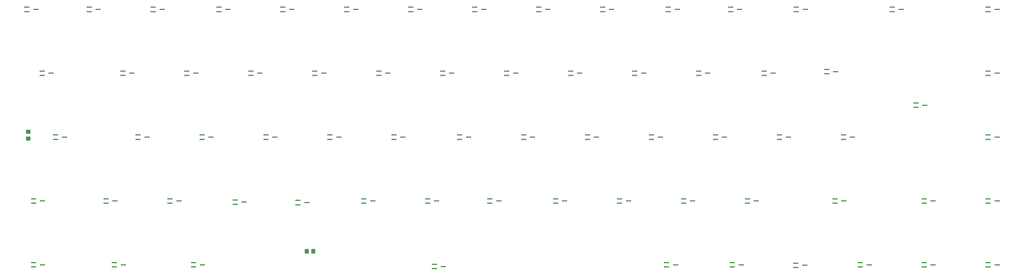
<source format=gbr>
%TF.GenerationSoftware,KiCad,Pcbnew,(6.0.4)*%
%TF.CreationDate,2022-03-24T02:10:14+00:00*%
%TF.ProjectId,kbd,6b62642e-6b69-4636-9164-5f7063625858,rev?*%
%TF.SameCoordinates,Original*%
%TF.FileFunction,Paste,Bot*%
%TF.FilePolarity,Positive*%
%FSLAX46Y46*%
G04 Gerber Fmt 4.6, Leading zero omitted, Abs format (unit mm)*
G04 Created by KiCad (PCBNEW (6.0.4)) date 2022-03-24 02:10:14*
%MOMM*%
%LPD*%
G01*
G04 APERTURE LIST*
G04 Aperture macros list*
%AMRoundRect*
0 Rectangle with rounded corners*
0 $1 Rounding radius*
0 $2 $3 $4 $5 $6 $7 $8 $9 X,Y pos of 4 corners*
0 Add a 4 corners polygon primitive as box body*
4,1,4,$2,$3,$4,$5,$6,$7,$8,$9,$2,$3,0*
0 Add four circle primitives for the rounded corners*
1,1,$1+$1,$2,$3*
1,1,$1+$1,$4,$5*
1,1,$1+$1,$6,$7*
1,1,$1+$1,$8,$9*
0 Add four rect primitives between the rounded corners*
20,1,$1+$1,$2,$3,$4,$5,0*
20,1,$1+$1,$4,$5,$6,$7,0*
20,1,$1+$1,$6,$7,$8,$9,0*
20,1,$1+$1,$8,$9,$2,$3,0*%
G04 Aperture macros list end*
%ADD10RoundRect,0.250000X0.350000X0.450000X-0.350000X0.450000X-0.350000X-0.450000X0.350000X-0.450000X0*%
%ADD11R,1.500000X0.450000*%
%ADD12RoundRect,0.250000X-0.450000X0.350000X-0.450000X-0.350000X0.450000X-0.350000X0.450000X0.350000X0*%
G04 APERTURE END LIST*
D10*
%TO.C,R5*%
X116750000Y-136000000D03*
X114750000Y-136000000D03*
%TD*%
D11*
%TO.C,D57*%
X240670000Y-64650000D03*
X240670000Y-63350000D03*
X243330000Y-64000000D03*
%TD*%
%TO.C,D59*%
X269170000Y-83150000D03*
X269170000Y-81850000D03*
X271830000Y-82500000D03*
%TD*%
%TO.C,D65*%
X317170000Y-64650000D03*
X317170000Y-63350000D03*
X319830000Y-64000000D03*
%TD*%
%TO.C,D61*%
X295670000Y-93150000D03*
X295670000Y-91850000D03*
X298330000Y-92500000D03*
%TD*%
%TO.C,D60*%
X274170000Y-102650000D03*
X274170000Y-101350000D03*
X276830000Y-102000000D03*
%TD*%
%TO.C,D33*%
X160170000Y-102650000D03*
X160170000Y-101350000D03*
X162830000Y-102000000D03*
%TD*%
%TO.C,D38*%
X193170000Y-83650000D03*
X193170000Y-82350000D03*
X195830000Y-83000000D03*
%TD*%
%TO.C,D55*%
X260000000Y-140800000D03*
X260000000Y-139500000D03*
X262660000Y-140150000D03*
%TD*%
%TO.C,D36*%
X164670000Y-64650000D03*
X164670000Y-63350000D03*
X167330000Y-64000000D03*
%TD*%
%TO.C,D13*%
X152670000Y-141150000D03*
X152670000Y-139850000D03*
X155330000Y-140500000D03*
%TD*%
%TO.C,D17*%
X83670000Y-102650000D03*
X83670000Y-101350000D03*
X86330000Y-102000000D03*
%TD*%
%TO.C,D51*%
X231170000Y-83650000D03*
X231170000Y-82350000D03*
X233830000Y-83000000D03*
%TD*%
%TO.C,D28*%
X169170000Y-121650000D03*
X169170000Y-120350000D03*
X171830000Y-121000000D03*
%TD*%
%TO.C,D67*%
X317170000Y-102650000D03*
X317170000Y-101350000D03*
X319830000Y-102000000D03*
%TD*%
%TO.C,D54*%
X271670000Y-121650000D03*
X271670000Y-120350000D03*
X274330000Y-121000000D03*
%TD*%
%TO.C,D56*%
X279170000Y-140650000D03*
X279170000Y-139350000D03*
X281830000Y-140000000D03*
%TD*%
%TO.C,D39*%
X198170000Y-102650000D03*
X198170000Y-101350000D03*
X200830000Y-102000000D03*
%TD*%
%TO.C,D63*%
X298170000Y-140650000D03*
X298170000Y-139350000D03*
X300830000Y-140000000D03*
%TD*%
%TO.C,D68*%
X317170000Y-121650000D03*
X317170000Y-120350000D03*
X319830000Y-121000000D03*
%TD*%
%TO.C,D31*%
X145670000Y-64650000D03*
X145670000Y-63350000D03*
X148330000Y-64000000D03*
%TD*%
%TO.C,D9*%
X60170000Y-83650000D03*
X60170000Y-82350000D03*
X62830000Y-83000000D03*
%TD*%
%TO.C,D35*%
X188670000Y-121650000D03*
X188670000Y-120350000D03*
X191330000Y-121000000D03*
%TD*%
%TO.C,D49*%
X241170000Y-140650000D03*
X241170000Y-139350000D03*
X243830000Y-140000000D03*
%TD*%
%TO.C,D7*%
X55170000Y-121650000D03*
X55170000Y-120350000D03*
X57830000Y-121000000D03*
%TD*%
%TO.C,D52*%
X250670000Y-83650000D03*
X250670000Y-82350000D03*
X253330000Y-83000000D03*
%TD*%
%TO.C,D34*%
X179170000Y-102650000D03*
X179170000Y-101350000D03*
X181830000Y-102000000D03*
%TD*%
%TO.C,D41*%
X226670000Y-121650000D03*
X226670000Y-120350000D03*
X229330000Y-121000000D03*
%TD*%
%TO.C,D24*%
X117170000Y-83650000D03*
X117170000Y-82350000D03*
X119830000Y-83000000D03*
%TD*%
%TO.C,D69*%
X317170000Y-140650000D03*
X317170000Y-139350000D03*
X319830000Y-140000000D03*
%TD*%
%TO.C,D26*%
X140670000Y-102650000D03*
X140670000Y-101350000D03*
X143330000Y-102000000D03*
%TD*%
%TO.C,D1*%
X31670000Y-64650000D03*
X31670000Y-63350000D03*
X34330000Y-64000000D03*
%TD*%
%TO.C,D21*%
X121670000Y-102650000D03*
X121670000Y-101350000D03*
X124330000Y-102000000D03*
%TD*%
%TO.C,D3*%
X40170000Y-102650000D03*
X40170000Y-101350000D03*
X42830000Y-102000000D03*
%TD*%
%TO.C,D47*%
X236170000Y-102650000D03*
X236170000Y-101350000D03*
X238830000Y-102000000D03*
%TD*%
%TO.C,D25*%
X136170000Y-83650000D03*
X136170000Y-82350000D03*
X138830000Y-83000000D03*
%TD*%
%TO.C,D14*%
X93500000Y-122000000D03*
X93500000Y-120700000D03*
X96160000Y-121350000D03*
%TD*%
%TO.C,D23*%
X98170000Y-83650000D03*
X98170000Y-82350000D03*
X100830000Y-83000000D03*
%TD*%
%TO.C,D8*%
X50170000Y-64650000D03*
X50170000Y-63350000D03*
X52830000Y-64000000D03*
%TD*%
%TO.C,D45*%
X212170000Y-83650000D03*
X212170000Y-82350000D03*
X214830000Y-83000000D03*
%TD*%
%TO.C,D44*%
X202670000Y-64650000D03*
X202670000Y-63350000D03*
X205330000Y-64000000D03*
%TD*%
D12*
%TO.C,R6*%
X32100000Y-100400000D03*
X32100000Y-102400000D03*
%TD*%
D11*
%TO.C,D30*%
X126670000Y-64650000D03*
X126670000Y-63350000D03*
X129330000Y-64000000D03*
%TD*%
%TO.C,D12*%
X81170000Y-140650000D03*
X81170000Y-139350000D03*
X83830000Y-140000000D03*
%TD*%
%TO.C,D11*%
X74170000Y-121650000D03*
X74170000Y-120350000D03*
X76830000Y-121000000D03*
%TD*%
%TO.C,D58*%
X260170000Y-64650000D03*
X260170000Y-63350000D03*
X262830000Y-64000000D03*
%TD*%
%TO.C,D10*%
X64670000Y-102650000D03*
X64670000Y-101350000D03*
X67330000Y-102000000D03*
%TD*%
%TO.C,D18*%
X102670000Y-102650000D03*
X102670000Y-101350000D03*
X105330000Y-102000000D03*
%TD*%
%TO.C,D20*%
X131720000Y-121650000D03*
X131720000Y-120350000D03*
X134380000Y-121000000D03*
%TD*%
%TO.C,D27*%
X150670000Y-121650000D03*
X150670000Y-120350000D03*
X153330000Y-121000000D03*
%TD*%
%TO.C,D19*%
X112170000Y-122150000D03*
X112170000Y-120850000D03*
X114830000Y-121500000D03*
%TD*%
%TO.C,D15*%
X69170000Y-64650000D03*
X69170000Y-63350000D03*
X71830000Y-64000000D03*
%TD*%
%TO.C,D29*%
X107670000Y-64650000D03*
X107670000Y-63350000D03*
X110330000Y-64000000D03*
%TD*%
%TO.C,D4*%
X33670000Y-121650000D03*
X33670000Y-120350000D03*
X36330000Y-121000000D03*
%TD*%
%TO.C,D2*%
X36170000Y-83650000D03*
X36170000Y-82350000D03*
X38830000Y-83000000D03*
%TD*%
%TO.C,D37*%
X174170000Y-83650000D03*
X174170000Y-82350000D03*
X176830000Y-83000000D03*
%TD*%
%TO.C,D53*%
X255170000Y-102650000D03*
X255170000Y-101350000D03*
X257830000Y-102000000D03*
%TD*%
%TO.C,D50*%
X222170000Y-64650000D03*
X222170000Y-63350000D03*
X224830000Y-64000000D03*
%TD*%
%TO.C,D22*%
X88670000Y-64650000D03*
X88670000Y-63350000D03*
X91330000Y-64000000D03*
%TD*%
%TO.C,D62*%
X298170000Y-121650000D03*
X298170000Y-120350000D03*
X300830000Y-121000000D03*
%TD*%
%TO.C,D43*%
X183670000Y-64650000D03*
X183670000Y-63350000D03*
X186330000Y-64000000D03*
%TD*%
%TO.C,D48*%
X245670000Y-121650000D03*
X245670000Y-120350000D03*
X248330000Y-121000000D03*
%TD*%
%TO.C,D64*%
X288670000Y-64650000D03*
X288670000Y-63350000D03*
X291330000Y-64000000D03*
%TD*%
%TO.C,D5*%
X33670000Y-140650000D03*
X33670000Y-139350000D03*
X36330000Y-140000000D03*
%TD*%
%TO.C,D66*%
X317170000Y-83650000D03*
X317170000Y-82350000D03*
X319830000Y-83000000D03*
%TD*%
%TO.C,D42*%
X221670000Y-140650000D03*
X221670000Y-139350000D03*
X224330000Y-140000000D03*
%TD*%
%TO.C,D16*%
X79170000Y-83650000D03*
X79170000Y-82350000D03*
X81830000Y-83000000D03*
%TD*%
%TO.C,D46*%
X217170000Y-102650000D03*
X217170000Y-101350000D03*
X219830000Y-102000000D03*
%TD*%
%TO.C,D32*%
X155170000Y-83650000D03*
X155170000Y-82350000D03*
X157830000Y-83000000D03*
%TD*%
%TO.C,D6*%
X57670000Y-140650000D03*
X57670000Y-139350000D03*
X60330000Y-140000000D03*
%TD*%
%TO.C,D40*%
X207670000Y-121650000D03*
X207670000Y-120350000D03*
X210330000Y-121000000D03*
%TD*%
M02*

</source>
